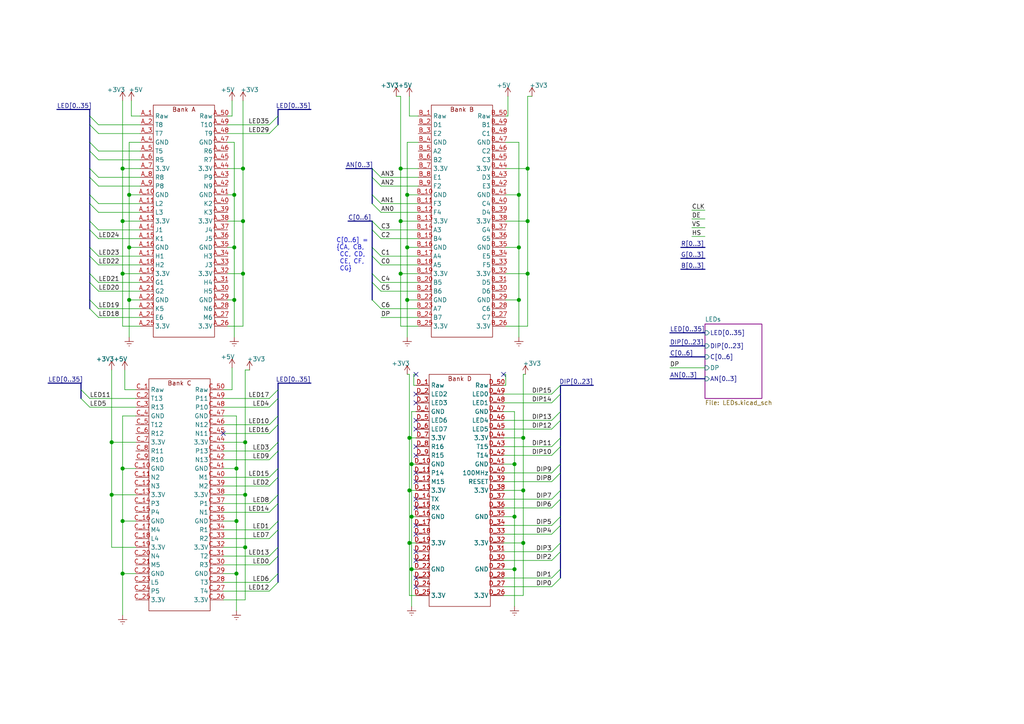
<source format=kicad_sch>
(kicad_sch (version 20201015) (generator eeschema)
  (paper "A4")
  (title_block (title "Alchitry IO Schield with HDMI") (date "2020-09-04") (rev "4.2") (company "ADSEHGAL"))
  (lib_symbols
    (symbol "Alchitry_Symbols:Alchitry_Single"
      (symbol "Alchitry_Single_1_1"
        (text "Bank A" (at 8.89 66.04 0) (effects (font (size 1.27 1.27))))
        (rectangle (start 0 67.31) (end 17.78 0))
        (pin passive line (at -3.81 64.135 0) (length 3.81) (name "Raw") (number "A_1"))
        (pin passive line (at -3.81 41.275 0) (length 3.81) (name "GND") (number "A_10"))
        (pin passive line (at -3.81 38.735 0) (length 3.81) (name "L2") (number "A_11"))
        (pin passive line (at -3.81 36.195 0) (length 3.81) (name "L3") (number "A_12"))
        (pin passive line (at -3.81 33.655 0) (length 3.81) (name "3.3V") (number "A_13"))
        (pin passive line (at -3.81 31.115 0) (length 3.81) (name "J1") (number "A_14"))
        (pin passive line (at -3.81 28.575 0) (length 3.81) (name "K1") (number "A_15"))
        (pin passive line (at -3.81 26.035 0) (length 3.81) (name "GND") (number "A_16"))
        (pin passive line (at -3.81 23.495 0) (length 3.81) (name "H1") (number "A_17"))
        (pin passive line (at -3.81 20.955 0) (length 3.81) (name "H2") (number "A_18"))
        (pin passive line (at -3.81 18.415 0) (length 3.81) (name "3.3V") (number "A_19"))
        (pin passive line (at -3.81 61.595 0) (length 3.81) (name "T8") (number "A_2"))
        (pin passive line (at -3.81 15.875 0) (length 3.81) (name "G1") (number "A_20"))
        (pin passive line (at -3.81 13.335 0) (length 3.81) (name "G2") (number "A_21"))
        (pin passive line (at -3.81 10.795 0) (length 3.81) (name "GND") (number "A_22"))
        (pin passive line (at -3.81 8.255 0) (length 3.81) (name "K5") (number "A_23"))
        (pin passive line (at -3.81 5.715 0) (length 3.81) (name "E6") (number "A_24"))
        (pin passive line (at -3.81 3.175 0) (length 3.81) (name "3.3V") (number "A_25"))
        (pin passive line (at 21.59 3.175 180) (length 3.81) (name "3.3V") (number "A_26"))
        (pin passive line (at 21.59 5.715 180) (length 3.81) (name "M6") (number "A_27"))
        (pin passive line (at 21.59 8.255 180) (length 3.81) (name "N6") (number "A_28"))
        (pin passive line (at 21.59 10.795 180) (length 3.81) (name "GND") (number "A_29"))
        (pin passive line (at -3.81 59.055 0) (length 3.81) (name "T7") (number "A_3"))
        (pin passive line (at 21.59 13.335 180) (length 3.81) (name "H5") (number "A_30"))
        (pin passive line (at 21.59 15.875 180) (length 3.81) (name "H4") (number "A_31"))
        (pin passive line (at 21.59 18.415 180) (length 3.81) (name "3.3V") (number "A_32"))
        (pin passive line (at 21.59 20.955 180) (length 3.81) (name "J3") (number "A_33"))
        (pin passive line (at 21.59 23.495 180) (length 3.81) (name "H3") (number "A_34"))
        (pin passive line (at 21.59 26.035 180) (length 3.81) (name "GND") (number "A_35"))
        (pin passive line (at 21.59 28.575 180) (length 3.81) (name "J5") (number "A_36"))
        (pin passive line (at 21.59 31.115 180) (length 3.81) (name "J4") (number "A_37"))
        (pin passive line (at 21.59 33.655 180) (length 3.81) (name "3.3V") (number "A_38"))
        (pin passive line (at 21.59 36.195 180) (length 3.81) (name "K3") (number "A_39"))
        (pin passive line (at -3.81 56.515 0) (length 3.81) (name "GND") (number "A_4"))
        (pin passive line (at 21.59 38.735 180) (length 3.81) (name "K2") (number "A_40"))
        (pin passive line (at 21.59 41.275 180) (length 3.81) (name "GND") (number "A_41"))
        (pin passive line (at 21.59 43.815 180) (length 3.81) (name "N9") (number "A_42"))
        (pin passive line (at 21.59 46.355 180) (length 3.81) (name "P9") (number "A_43"))
        (pin passive line (at 21.59 48.895 180) (length 3.81) (name "3.3V") (number "A_44"))
        (pin passive line (at 21.59 51.435 180) (length 3.81) (name "R7") (number "A_45"))
        (pin passive line (at 21.59 53.975 180) (length 3.81) (name "R6") (number "A_46"))
        (pin passive line (at 21.59 56.515 180) (length 3.81) (name "GND") (number "A_47"))
        (pin passive line (at 21.59 59.055 180) (length 3.81) (name "T9") (number "A_48"))
        (pin passive line (at 21.59 61.595 180) (length 3.81) (name "T10") (number "A_49"))
        (pin passive line (at -3.81 53.975 0) (length 3.81) (name "T5") (number "A_5"))
        (pin passive line (at 21.59 64.135 180) (length 3.81) (name "Raw") (number "A_50"))
        (pin passive line (at -3.81 51.435 0) (length 3.81) (name "R5") (number "A_6"))
        (pin passive line (at -3.81 48.895 0) (length 3.81) (name "3.3V") (number "A_7"))
        (pin passive line (at -3.81 46.355 0) (length 3.81) (name "R8") (number "A_8"))
        (pin passive line (at -3.81 43.815 0) (length 3.81) (name "P8") (number "A_9"))
      )
      (symbol "Alchitry_Single_2_1"
        (text "Bank B" (at 8.89 66.04 0) (effects (font (size 1.27 1.27))))
        (rectangle (start 0 67.31) (end 17.78 0))
        (pin passive line (at -3.81 64.135 0) (length 3.81) (name "Raw") (number "B_1"))
        (pin passive line (at -3.81 41.275 0) (length 3.81) (name "GND") (number "B_10"))
        (pin passive line (at -3.81 38.735 0) (length 3.81) (name "F3") (number "B_11"))
        (pin passive line (at -3.81 36.195 0) (length 3.81) (name "F4") (number "B_12"))
        (pin passive line (at -3.81 33.655 0) (length 3.81) (name "3.3V") (number "B_13"))
        (pin passive line (at -3.81 31.115 0) (length 3.81) (name "A3") (number "B_14"))
        (pin passive line (at -3.81 28.575 0) (length 3.81) (name "B4") (number "B_15"))
        (pin passive line (at -3.81 26.035 0) (length 3.81) (name "GND") (number "B_16"))
        (pin passive line (at -3.81 23.495 0) (length 3.81) (name "A4") (number "B_17"))
        (pin passive line (at -3.81 20.955 0) (length 3.81) (name "A5") (number "B_18"))
        (pin passive line (at -3.81 18.415 0) (length 3.81) (name "3.3V") (number "B_19"))
        (pin passive line (at -3.81 61.595 0) (length 3.81) (name "D1") (number "B_2"))
        (pin passive line (at -3.81 15.875 0) (length 3.81) (name "B5") (number "B_20"))
        (pin passive line (at -3.81 13.335 0) (length 3.81) (name "B6") (number "B_21"))
        (pin passive line (at -3.81 10.795 0) (length 3.81) (name "GND") (number "B_22"))
        (pin passive line (at -3.81 8.255 0) (length 3.81) (name "A7") (number "B_23"))
        (pin passive line (at -3.81 5.715 0) (length 3.81) (name "B7") (number "B_24"))
        (pin passive line (at -3.81 3.175 0) (length 3.81) (name "3.3V") (number "B_25"))
        (pin passive line (at 21.59 3.175 180) (length 3.81) (name "3.3V") (number "B_26"))
        (pin passive line (at 21.59 5.715 180) (length 3.81) (name "C7") (number "B_27"))
        (pin passive line (at 21.59 8.255 180) (length 3.81) (name "C6") (number "B_28"))
        (pin passive line (at 21.59 10.795 180) (length 3.81) (name "GND") (number "B_29"))
        (pin passive line (at -3.81 59.055 0) (length 3.81) (name "E2") (number "B_3"))
        (pin passive line (at 21.59 13.335 180) (length 3.81) (name "D6") (number "B_30"))
        (pin passive line (at 21.59 15.875 180) (length 3.81) (name "D5") (number "B_31"))
        (pin passive line (at 21.59 18.415 180) (length 3.81) (name "3.3V") (number "B_32"))
        (pin passive line (at 21.59 20.955 180) (length 3.81) (name "F5") (number "B_33"))
        (pin passive line (at 21.59 23.495 180) (length 3.81) (name "E5") (number "B_34"))
        (pin passive line (at 21.59 26.035 180) (length 3.81) (name "GND") (number "B_35"))
        (pin passive line (at 21.59 28.575 180) (length 3.81) (name "G5") (number "B_36"))
        (pin passive line (at 21.59 31.115 180) (length 3.81) (name "G4") (number "B_37"))
        (pin passive line (at 21.59 33.655 180) (length 3.81) (name "3.3V") (number "B_38"))
        (pin passive line (at 21.59 36.195 180) (length 3.81) (name "D4") (number "B_39"))
        (pin passive line (at -3.81 56.515 0) (length 3.81) (name "GND") (number "B_4"))
        (pin passive line (at 21.59 38.735 180) (length 3.81) (name "C4") (number "B_40"))
        (pin passive line (at 21.59 41.275 180) (length 3.81) (name "GND") (number "B_41"))
        (pin passive line (at 21.59 43.815 180) (length 3.81) (name "E3") (number "B_42"))
        (pin passive line (at 21.59 46.355 180) (length 3.81) (name "D3") (number "B_43"))
        (pin passive line (at 21.59 48.895 180) (length 3.81) (name "3.3V") (number "B_44"))
        (pin passive line (at 21.59 51.435 180) (length 3.81) (name "C3") (number "B_45"))
        (pin passive line (at 21.59 53.975 180) (length 3.81) (name "C2") (number "B_46"))
        (pin passive line (at 21.59 56.515 180) (length 3.81) (name "GND") (number "B_47"))
        (pin passive line (at 21.59 59.055 180) (length 3.81) (name "C1") (number "B_48"))
        (pin passive line (at 21.59 61.595 180) (length 3.81) (name "B1") (number "B_49"))
        (pin passive line (at -3.81 53.975 0) (length 3.81) (name "A2") (number "B_5"))
        (pin passive line (at 21.59 64.135 180) (length 3.81) (name "Raw") (number "B_50"))
        (pin passive line (at -3.81 51.435 0) (length 3.81) (name "B2") (number "B_6"))
        (pin passive line (at -3.81 48.895 0) (length 3.81) (name "3.3V") (number "B_7"))
        (pin passive line (at -3.81 46.355 0) (length 3.81) (name "E1") (number "B_8"))
        (pin passive line (at -3.81 43.815 0) (length 3.81) (name "F2") (number "B_9"))
      )
      (symbol "Alchitry_Single_3_1"
        (text "Bank C" (at 8.89 66.04 0) (effects (font (size 1.27 1.27))))
        (rectangle (start 0 67.31) (end 17.78 0))
        (pin passive line (at -3.81 64.135 0) (length 3.81) (name "Raw") (number "C_1"))
        (pin passive line (at -3.81 41.275 0) (length 3.81) (name "GND") (number "C_10"))
        (pin passive line (at -3.81 38.735 0) (length 3.81) (name "N2") (number "C_11"))
        (pin passive line (at -3.81 36.195 0) (length 3.81) (name "N3") (number "C_12"))
        (pin passive line (at -3.81 33.655 0) (length 3.81) (name "3.3V") (number "C_13"))
        (pin passive line (at -3.81 31.115 0) (length 3.81) (name "P3") (number "C_14"))
        (pin passive line (at -3.81 28.575 0) (length 3.81) (name "P4") (number "C_15"))
        (pin passive line (at -3.81 26.035 0) (length 3.81) (name "GND") (number "C_16"))
        (pin passive line (at -3.81 23.495 0) (length 3.81) (name "M4") (number "C_17"))
        (pin passive line (at -3.81 20.955 0) (length 3.81) (name "L4") (number "C_18"))
        (pin passive line (at -3.81 18.415 0) (length 3.81) (name "3.3V") (number "C_19"))
        (pin passive line (at -3.81 61.595 0) (length 3.81) (name "T13") (number "C_2"))
        (pin passive line (at -3.81 15.875 0) (length 3.81) (name "N4") (number "C_20"))
        (pin passive line (at -3.81 13.335 0) (length 3.81) (name "M5") (number "C_21"))
        (pin passive line (at -3.81 10.795 0) (length 3.81) (name "GND") (number "C_22"))
        (pin passive line (at -3.81 8.255 0) (length 3.81) (name "L5") (number "C_23"))
        (pin passive line (at -3.81 5.715 0) (length 3.81) (name "P5") (number "C_24"))
        (pin passive line (at -3.81 3.175 0) (length 3.81) (name "3.3V") (number "C_25"))
        (pin passive line (at 21.59 3.175 180) (length 3.81) (name "3.3V") (number "C_26"))
        (pin passive line (at 21.59 5.715 180) (length 3.81) (name "T4") (number "C_27"))
        (pin passive line (at 21.59 8.255 180) (length 3.81) (name "T3") (number "C_28"))
        (pin passive line (at 21.59 10.795 180) (length 3.81) (name "GND") (number "C_29"))
        (pin passive line (at -3.81 59.055 0) (length 3.81) (name "R13") (number "C_3"))
        (pin passive line (at 21.59 13.335 180) (length 3.81) (name "R3") (number "C_30"))
        (pin passive line (at 21.59 15.875 180) (length 3.81) (name "T2") (number "C_31"))
        (pin passive line (at 21.59 18.415 180) (length 3.81) (name "3.3V") (number "C_32"))
        (pin passive line (at 21.59 20.955 180) (length 3.81) (name "R2") (number "C_33"))
        (pin passive line (at 21.59 23.495 180) (length 3.81) (name "R1") (number "C_34"))
        (pin passive line (at 21.59 26.035 180) (length 3.81) (name "GND") (number "C_35"))
        (pin passive line (at 21.59 28.575 180) (length 3.81) (name "N1") (number "C_36"))
        (pin passive line (at 21.59 31.115 180) (length 3.81) (name "P1") (number "C_37"))
        (pin passive line (at 21.59 33.655 180) (length 3.81) (name "3.3V") (number "C_38"))
        (pin passive line (at 21.59 36.195 180) (length 3.81) (name "M2") (number "C_39"))
        (pin passive line (at -3.81 56.515 0) (length 3.81) (name "GND") (number "C_4"))
        (pin passive line (at 21.59 38.735 180) (length 3.81) (name "M1") (number "C_40"))
        (pin passive line (at 21.59 41.275 180) (length 3.81) (name "GND") (number "C_41"))
        (pin passive line (at 21.59 43.815 180) (length 3.81) (name "N13") (number "C_42"))
        (pin passive line (at 21.59 46.355 180) (length 3.81) (name "P13") (number "C_43"))
        (pin passive line (at 21.59 48.895 180) (length 3.81) (name "3.3V") (number "C_44"))
        (pin passive line (at 21.59 51.435 180) (length 3.81) (name "N11") (number "C_45"))
        (pin passive line (at 21.59 53.975 180) (length 3.81) (name "N12") (number "C_46"))
        (pin passive line (at 21.59 56.515 180) (length 3.81) (name "GND") (number "C_47"))
        (pin passive line (at 21.59 59.055 180) (length 3.81) (name "P10") (number "C_48"))
        (pin passive line (at 21.59 61.595 180) (length 3.81) (name "P11") (number "C_49"))
        (pin passive line (at -3.81 53.975 0) (length 3.81) (name "T12") (number "C_5"))
        (pin passive line (at 21.59 64.135 180) (length 3.81) (name "Raw") (number "C_50"))
        (pin passive line (at -3.81 51.435 0) (length 3.81) (name "R12") (number "C_6"))
        (pin passive line (at -3.81 48.895 0) (length 3.81) (name "3.3V") (number "C_7"))
        (pin passive line (at -3.81 46.355 0) (length 3.81) (name "R11") (number "C_8"))
        (pin passive line (at -3.81 43.815 0) (length 3.81) (name "R10") (number "C_9"))
      )
      (symbol "Alchitry_Single_4_1"
        (text "Bank D" (at 8.89 66.04 0) (effects (font (size 1.27 1.27))))
        (rectangle (start 17.78 67.31) (end 0 0))
        (pin passive line (at -3.81 64.135 0) (length 3.81) (name "Raw") (number "D_1"))
        (pin passive line (at -3.81 41.275 0) (length 3.81) (name "GND") (number "D_10"))
        (pin passive line (at -3.81 38.735 0) (length 3.81) (name "P14") (number "D_11"))
        (pin passive line (at -3.81 36.195 0) (length 3.81) (name "M15") (number "D_12"))
        (pin passive line (at -3.81 33.655 0) (length 3.81) (name "3.3V") (number "D_13"))
        (pin passive line (at -3.81 31.115 0) (length 3.81) (name "TX") (number "D_14"))
        (pin passive line (at -3.81 28.575 0) (length 3.81) (name "RX") (number "D_15"))
        (pin passive line (at -3.81 26.035 0) (length 3.81) (name "GND") (number "D_16"))
        (pin passive line (at -3.81 23.495 0) (length 3.81) (name "~") (number "D_17"))
        (pin passive line (at -3.81 20.955 0) (length 3.81) (name "~") (number "D_18"))
        (pin passive line (at -3.81 18.415 0) (length 3.81) (name "3.3V") (number "D_19"))
        (pin passive line (at -3.81 61.595 0) (length 3.81) (name "LED2") (number "D_2"))
        (pin passive line (at -3.81 15.875 0) (length 3.81) (name "~") (number "D_20"))
        (pin passive line (at -3.81 13.335 0) (length 3.81) (name "~") (number "D_21"))
        (pin passive line (at -3.81 10.795 0) (length 3.81) (name "GND") (number "D_22"))
        (pin passive line (at -3.81 8.255 0) (length 3.81) (name "~") (number "D_23"))
        (pin passive line (at -3.81 5.715 0) (length 3.81) (name "~") (number "D_24"))
        (pin passive line (at -3.81 3.175 0) (length 3.81) (name "3.3V") (number "D_25"))
        (pin passive line (at 21.59 3.175 180) (length 3.81) (name "3.3V") (number "D_26"))
        (pin passive line (at 21.59 5.715 180) (length 3.81) (name "~") (number "D_27"))
        (pin passive line (at 21.59 8.255 180) (length 3.81) (name "~") (number "D_28"))
        (pin passive line (at 21.59 10.795 180) (length 3.81) (name "GND") (number "D_29"))
        (pin passive line (at -3.81 59.055 0) (length 3.81) (name "LED3") (number "D_3"))
        (pin passive line (at 21.59 13.335 180) (length 3.81) (name "~") (number "D_30"))
        (pin passive line (at 21.59 15.875 180) (length 3.81) (name "~") (number "D_31"))
        (pin passive line (at 21.59 18.415 180) (length 3.81) (name "3.3V") (number "D_32"))
        (pin passive line (at 21.59 20.955 180) (length 3.81) (name "~") (number "D_33"))
        (pin passive line (at 21.59 23.495 180) (length 3.81) (name "~") (number "D_34"))
        (pin passive line (at 21.59 26.035 180) (length 3.81) (name "GND") (number "D_35"))
        (pin passive line (at 21.59 28.575 180) (length 3.81) (name "~") (number "D_36"))
        (pin passive line (at 21.59 31.115 180) (length 3.81) (name "~") (number "D_37"))
        (pin passive line (at 21.59 33.655 180) (length 3.81) (name "3.3V") (number "D_38"))
        (pin passive line (at 21.59 36.195 180) (length 3.81) (name "RESET") (number "D_39"))
        (pin passive line (at -3.81 56.515 0) (length 3.81) (name "GND") (number "D_4"))
        (pin passive line (at 21.59 38.735 180) (length 3.81) (name "100MHz") (number "D_40"))
        (pin passive line (at 21.59 41.275 180) (length 3.81) (name "GND") (number "D_41"))
        (pin passive line (at 21.59 43.815 180) (length 3.81) (name "T14") (number "D_42"))
        (pin passive line (at 21.59 46.355 180) (length 3.81) (name "T15") (number "D_43"))
        (pin passive line (at 21.59 48.895 180) (length 3.81) (name "3.3V") (number "D_44"))
        (pin passive line (at 21.59 51.435 180) (length 3.81) (name "LED5") (number "D_45"))
        (pin passive line (at 21.59 53.975 180) (length 3.81) (name "LED4") (number "D_46"))
        (pin passive line (at 21.59 56.515 180) (length 3.81) (name "GND") (number "D_47"))
        (pin passive line (at 21.59 59.055 180) (length 3.81) (name "LED1") (number "D_48"))
        (pin passive line (at 21.59 61.595 180) (length 3.81) (name "LED0") (number "D_49"))
        (pin passive line (at -3.81 53.975 0) (length 3.81) (name "LED6") (number "D_5"))
        (pin passive line (at 21.59 64.135 180) (length 3.81) (name "Raw") (number "D_50"))
        (pin passive line (at -3.81 51.435 0) (length 3.81) (name "LED7") (number "D_6"))
        (pin passive line (at -3.81 48.895 0) (length 3.81) (name "3.3V") (number "D_7"))
        (pin passive line (at -3.81 46.355 0) (length 3.81) (name "R16") (number "D_8"))
        (pin passive line (at -3.81 43.815 0) (length 3.81) (name "R15") (number "D_9"))
      )
    )
    (symbol "power:+3V3" (power) (pin_names (offset 0))
      (property "Value" "+3V3" (at 0 3.556 0))
      (symbol "+3V3_0_1"
        (polyline (pts (xy -0.762 1.27) (xy 0 2.54)))
        (polyline (pts (xy 0 0) (xy 0 2.54)))
        (polyline (pts (xy 0 2.54) (xy 0.762 1.27)))
      )
      (symbol "+3V3_1_1"
        (pin power_in line (at 0 0 90) (length 0) hide (name "+3V3") (number "1"))
      )
    )
    (symbol "power:+5V" (power) (pin_names (offset 0))
      (property "Value" "+5V" (at 0 3.556 0))
      (symbol "+5V_0_1"
        (polyline (pts (xy -0.762 1.27) (xy 0 2.54)))
        (polyline (pts (xy 0 0) (xy 0 2.54)))
        (polyline (pts (xy 0 2.54) (xy 0.762 1.27)))
      )
      (symbol "+5V_1_1"
        (pin power_in line (at 0 0 90) (length 0) hide (name "+5V") (number "1"))
      )
    )
    (symbol "power:GNDREF" (power) (pin_names (offset 0))
      (property "Value" "GNDREF" (at 0 -3.81 0))
      (symbol "GNDREF_0_1"
        (polyline (pts (xy -0.635 -1.905) (xy 0.635 -1.905)))
        (polyline (pts (xy -0.127 -2.54) (xy 0.127 -2.54)))
        (polyline (pts (xy 0 -1.27) (xy 0 0)))
        (polyline (pts (xy 1.27 -1.27) (xy -1.27 -1.27)))
      )
      (symbol "GNDREF_1_1"
        (pin power_in line (at 0 0 270) (length 0) hide (name "GNDREF") (number "1"))
      )
    )
  )
  (junction (at 32.385 128.27) (diameter 1.016))
  (junction (at 32.385 143.51) (diameter 1.016))
  (junction (at 35.56 48.895) (diameter 1.016))
  (junction (at 35.56 64.135) (diameter 1.016))
  (junction (at 35.56 79.375) (diameter 1.016))
  (junction (at 35.56 135.89) (diameter 1.016))
  (junction (at 35.56 151.13) (diameter 1.016))
  (junction (at 35.56 166.37) (diameter 1.016))
  (junction (at 37.465 56.515) (diameter 1.016))
  (junction (at 37.465 71.755) (diameter 1.016))
  (junction (at 37.465 86.995) (diameter 1.016))
  (junction (at 67.945 56.515) (diameter 1.016))
  (junction (at 67.945 71.755) (diameter 1.016))
  (junction (at 67.945 86.995) (diameter 1.016))
  (junction (at 68.58 135.89) (diameter 1.016))
  (junction (at 68.58 151.13) (diameter 1.016))
  (junction (at 68.58 166.37) (diameter 1.016))
  (junction (at 70.485 48.895) (diameter 1.016))
  (junction (at 70.485 64.135) (diameter 1.016))
  (junction (at 70.485 79.375) (diameter 1.016))
  (junction (at 71.12 128.27) (diameter 1.016))
  (junction (at 71.12 143.51) (diameter 1.016))
  (junction (at 71.12 158.75) (diameter 1.016))
  (junction (at 116.205 48.895) (diameter 1.016))
  (junction (at 116.205 64.135) (diameter 1.016))
  (junction (at 116.205 79.375) (diameter 1.016))
  (junction (at 118.11 56.515) (diameter 1.016))
  (junction (at 118.11 71.755) (diameter 1.016))
  (junction (at 118.11 86.995) (diameter 1.016))
  (junction (at 118.745 127) (diameter 1.016))
  (junction (at 118.745 142.24) (diameter 1.016))
  (junction (at 118.745 157.48) (diameter 1.016))
  (junction (at 119.38 134.62) (diameter 1.016))
  (junction (at 119.38 149.86) (diameter 1.016))
  (junction (at 119.38 165.1) (diameter 1.016))
  (junction (at 149.225 134.62) (diameter 1.016))
  (junction (at 149.225 149.86) (diameter 1.016))
  (junction (at 149.225 165.1) (diameter 1.016))
  (junction (at 150.495 56.515) (diameter 1.016))
  (junction (at 150.495 71.755) (diameter 1.016))
  (junction (at 150.495 86.995) (diameter 1.016))
  (junction (at 151.765 127) (diameter 1.016))
  (junction (at 151.765 142.24) (diameter 1.016))
  (junction (at 151.765 157.48) (diameter 1.016))
  (junction (at 153.035 48.895) (diameter 1.016))
  (junction (at 153.035 64.135) (diameter 1.016))
  (junction (at 153.035 79.375) (diameter 1.016))
  (no_connect (at 146.05 108.585))
  (no_connect (at 120.65 147.32))
  (no_connect (at 120.65 162.56))
  (no_connect (at 120.65 124.46))
  (no_connect (at 120.65 154.94))
  (no_connect (at 120.65 108.585))
  (no_connect (at 120.65 167.64))
  (no_connect (at 120.65 132.08))
  (no_connect (at 120.65 152.4))
  (no_connect (at 120.65 137.16))
  (no_connect (at 120.65 170.18))
  (no_connect (at 120.65 116.84))
  (no_connect (at 120.65 114.3))
  (no_connect (at 120.65 139.7))
  (no_connect (at 120.65 121.92))
  (no_connect (at 120.65 160.02))
  (no_connect (at 64.77 125.73))
  (no_connect (at 120.65 129.54))
  (no_connect (at 120.65 144.78))
  (bus_entry (at -26.67 165.735) (size 2.54 2.54) (stroke (width 0.1524)))
  (bus_entry (at -26.67 168.275) (size 2.54 2.54) (stroke (width 0.1524)))
  (bus_entry (at -26.67 173.355) (size 2.54 2.54) (stroke (width 0.1524)))
  (bus_entry (at -26.67 175.895) (size 2.54 2.54) (stroke (width 0.1524)))
  (bus_entry (at -12.065 96.52) (size -2.54 2.54) (stroke (width 0.1524)))
  (bus_entry (at -12.065 99.06) (size -2.54 2.54) (stroke (width 0.1524)))
  (bus_entry (at -12.065 104.14) (size -2.54 2.54) (stroke (width 0.1524)))
  (bus_entry (at -12.065 127) (size -2.54 2.54) (stroke (width 0.1524)))
  (bus_entry (at -12.065 129.54) (size -2.54 2.54) (stroke (width 0.1524)))
  (bus_entry (at -12.065 134.62) (size -2.54 2.54) (stroke (width 0.1524)))
  (bus_entry (at -12.065 137.16) (size -2.54 2.54) (stroke (width 0.1524)))
  (bus_entry (at -12.065 142.24) (size -2.54 2.54) (stroke (width 0.1524)))
  (bus_entry (at -12.065 144.78) (size -2.54 2.54) (stroke (width 0.1524)))
  (bus_entry (at -12.065 149.86) (size -2.54 2.54) (stroke (width 0.1524)))
  (bus_entry (at -12.065 152.4) (size -2.54 2.54) (stroke (width 0.1524)))
  (bus_entry (at 23.495 113.03) (size 2.54 2.54) (stroke (width 0.1524)))
  (bus_entry (at 23.495 115.57) (size 2.54 2.54) (stroke (width 0.1524)))
  (bus_entry (at 26.035 33.655) (size 2.54 2.54) (stroke (width 0.1524)))
  (bus_entry (at 26.035 36.195) (size 2.54 2.54) (stroke (width 0.1524)))
  (bus_entry (at 26.035 41.275) (size 2.54 2.54) (stroke (width 0.1524)))
  (bus_entry (at 26.035 43.815) (size 2.54 2.54) (stroke (width 0.1524)))
  (bus_entry (at 26.035 48.895) (size 2.54 2.54) (stroke (width 0.1524)))
  (bus_entry (at 26.035 51.435) (size 2.54 2.54) (stroke (width 0.1524)))
  (bus_entry (at 26.035 56.515) (size 2.54 2.54) (stroke (width 0.1524)))
  (bus_entry (at 26.035 59.055) (size 2.54 2.54) (stroke (width 0.1524)))
  (bus_entry (at 26.035 64.135) (size 2.54 2.54) (stroke (width 0.1524)))
  (bus_entry (at 26.035 66.675) (size 2.54 2.54) (stroke (width 0.1524)))
  (bus_entry (at 26.035 71.755) (size 2.54 2.54) (stroke (width 0.1524)))
  (bus_entry (at 26.035 74.295) (size 2.54 2.54) (stroke (width 0.1524)))
  (bus_entry (at 26.035 79.375) (size 2.54 2.54) (stroke (width 0.1524)))
  (bus_entry (at 26.035 81.915) (size 2.54 2.54) (stroke (width 0.1524)))
  (bus_entry (at 26.035 86.995) (size 2.54 2.54) (stroke (width 0.1524)))
  (bus_entry (at 26.035 89.535) (size 2.54 2.54) (stroke (width 0.1524)))
  (bus_entry (at 80.645 33.655) (size -2.54 2.54) (stroke (width 0.1524)))
  (bus_entry (at 80.645 36.195) (size -2.54 2.54) (stroke (width 0.1524)))
  (bus_entry (at 80.645 113.03) (size -2.54 2.54) (stroke (width 0.1524)))
  (bus_entry (at 80.645 115.57) (size -2.54 2.54) (stroke (width 0.1524)))
  (bus_entry (at 80.645 120.65) (size -2.54 2.54) (stroke (width 0.1524)))
  (bus_entry (at 80.645 123.19) (size -2.54 2.54) (stroke (width 0.1524)))
  (bus_entry (at 80.645 128.27) (size -2.54 2.54) (stroke (width 0.1524)))
  (bus_entry (at 80.645 130.81) (size -2.54 2.54) (stroke (width 0.1524)))
  (bus_entry (at 80.645 135.89) (size -2.54 2.54) (stroke (width 0.1524)))
  (bus_entry (at 80.645 138.43) (size -2.54 2.54) (stroke (width 0.1524)))
  (bus_entry (at 80.645 143.51) (size -2.54 2.54) (stroke (width 0.1524)))
  (bus_entry (at 80.645 146.05) (size -2.54 2.54) (stroke (width 0.1524)))
  (bus_entry (at 80.645 151.13) (size -2.54 2.54) (stroke (width 0.1524)))
  (bus_entry (at 80.645 153.67) (size -2.54 2.54) (stroke (width 0.1524)))
  (bus_entry (at 80.645 158.75) (size -2.54 2.54) (stroke (width 0.1524)))
  (bus_entry (at 80.645 161.29) (size -2.54 2.54) (stroke (width 0.1524)))
  (bus_entry (at 80.645 166.37) (size -2.54 2.54) (stroke (width 0.1524)))
  (bus_entry (at 80.645 168.91) (size -2.54 2.54) (stroke (width 0.1524)))
  (bus_entry (at 107.95 48.895) (size 2.54 2.54) (stroke (width 0.1524)))
  (bus_entry (at 107.95 51.435) (size 2.54 2.54) (stroke (width 0.1524)))
  (bus_entry (at 107.95 56.515) (size 2.54 2.54) (stroke (width 0.1524)))
  (bus_entry (at 107.95 59.055) (size 2.54 2.54) (stroke (width 0.1524)))
  (bus_entry (at 107.95 64.135) (size 2.54 2.54) (stroke (width 0.1524)))
  (bus_entry (at 107.95 66.675) (size 2.54 2.54) (stroke (width 0.1524)))
  (bus_entry (at 107.95 71.755) (size 2.54 2.54) (stroke (width 0.1524)))
  (bus_entry (at 107.95 74.295) (size 2.54 2.54) (stroke (width 0.1524)))
  (bus_entry (at 107.95 79.375) (size 2.54 2.54) (stroke (width 0.1524)))
  (bus_entry (at 107.95 81.915) (size 2.54 2.54) (stroke (width 0.1524)))
  (bus_entry (at 107.95 86.995) (size 2.54 2.54) (stroke (width 0.1524)))
  (bus_entry (at 162.56 111.76) (size -2.54 2.54) (stroke (width 0.1524)))
  (bus_entry (at 162.56 114.3) (size -2.54 2.54) (stroke (width 0.1524)))
  (bus_entry (at 162.56 119.38) (size -2.54 2.54) (stroke (width 0.1524)))
  (bus_entry (at 162.56 121.92) (size -2.54 2.54) (stroke (width 0.1524)))
  (bus_entry (at 162.56 127) (size -2.54 2.54) (stroke (width 0.1524)))
  (bus_entry (at 162.56 129.54) (size -2.54 2.54) (stroke (width 0.1524)))
  (bus_entry (at 162.56 134.62) (size -2.54 2.54) (stroke (width 0.1524)))
  (bus_entry (at 162.56 137.16) (size -2.54 2.54) (stroke (width 0.1524)))
  (bus_entry (at 162.56 142.24) (size -2.54 2.54) (stroke (width 0.1524)))
  (bus_entry (at 162.56 144.78) (size -2.54 2.54) (stroke (width 0.1524)))
  (bus_entry (at 162.56 149.86) (size -2.54 2.54) (stroke (width 0.1524)))
  (bus_entry (at 162.56 152.4) (size -2.54 2.54) (stroke (width 0.1524)))
  (bus_entry (at 162.56 157.48) (size -2.54 2.54) (stroke (width 0.1524)))
  (bus_entry (at 162.56 160.02) (size -2.54 2.54) (stroke (width 0.1524)))
  (bus_entry (at 162.56 165.1) (size -2.54 2.54) (stroke (width 0.1524)))
  (bus_entry (at 162.56 167.64) (size -2.54 2.54) (stroke (width 0.1524)))
  (wire (pts (xy -28.575 99.06) (xy -14.605 99.06)))
  (wire (pts (xy -28.575 101.6) (xy -14.605 101.6)))
  (wire (pts (xy -28.575 106.68) (xy -14.605 106.68)))
  (wire (pts (xy -28.575 114.3) (xy -14.605 114.3)))
  (wire (pts (xy -28.575 116.84) (xy -14.605 116.84)))
  (wire (pts (xy -28.575 121.92) (xy -14.605 121.92)))
  (wire (pts (xy -28.575 124.46) (xy -14.605 124.46)))
  (wire (pts (xy -28.575 129.54) (xy -14.605 129.54)))
  (wire (pts (xy -28.575 132.08) (xy -14.605 132.08)))
  (wire (pts (xy -28.575 137.16) (xy -14.605 137.16)))
  (wire (pts (xy -28.575 139.7) (xy -14.605 139.7)))
  (wire (pts (xy -28.575 144.78) (xy -14.605 144.78)))
  (wire (pts (xy -28.575 147.32) (xy -14.605 147.32)))
  (wire (pts (xy -28.575 152.4) (xy -14.605 152.4)))
  (wire (pts (xy -28.575 154.94) (xy -14.605 154.94)))
  (wire (pts (xy -10.795 168.275) (xy -24.13 168.275)))
  (wire (pts (xy -10.795 170.815) (xy -24.13 170.815)))
  (wire (pts (xy -10.795 175.895) (xy -24.13 175.895)))
  (wire (pts (xy -10.795 178.435) (xy -24.13 178.435)))
  (wire (pts (xy 26.035 115.57) (xy 39.37 115.57)))
  (wire (pts (xy 26.035 118.11) (xy 39.37 118.11)))
  (wire (pts (xy 28.575 36.195) (xy 40.64 36.195)))
  (wire (pts (xy 28.575 38.735) (xy 40.64 38.735)))
  (wire (pts (xy 28.575 43.815) (xy 40.64 43.815)))
  (wire (pts (xy 28.575 46.355) (xy 40.64 46.355)))
  (wire (pts (xy 28.575 51.435) (xy 40.64 51.435)))
  (wire (pts (xy 28.575 53.975) (xy 40.64 53.975)))
  (wire (pts (xy 28.575 59.055) (xy 40.64 59.055)))
  (wire (pts (xy 28.575 61.595) (xy 40.64 61.595)))
  (wire (pts (xy 28.575 66.675) (xy 40.64 66.675)))
  (wire (pts (xy 28.575 69.215) (xy 40.64 69.215)))
  (wire (pts (xy 28.575 74.295) (xy 40.64 74.295)))
  (wire (pts (xy 28.575 76.835) (xy 40.64 76.835)))
  (wire (pts (xy 28.575 81.915) (xy 40.64 81.915)))
  (wire (pts (xy 28.575 84.455) (xy 40.64 84.455)))
  (wire (pts (xy 28.575 89.535) (xy 40.64 89.535)))
  (wire (pts (xy 28.575 92.075) (xy 40.64 92.075)))
  (wire (pts (xy 32.385 107.315) (xy 32.385 128.27)))
  (wire (pts (xy 32.385 128.27) (xy 39.37 128.27)))
  (wire (pts (xy 32.385 143.51) (xy 32.385 128.27)))
  (wire (pts (xy 32.385 143.51) (xy 39.37 143.51)))
  (wire (pts (xy 32.385 158.75) (xy 32.385 143.51)))
  (wire (pts (xy 35.56 29.21) (xy 35.56 48.895)))
  (wire (pts (xy 35.56 48.895) (xy 35.56 64.135)))
  (wire (pts (xy 35.56 48.895) (xy 40.64 48.895)))
  (wire (pts (xy 35.56 64.135) (xy 35.56 79.375)))
  (wire (pts (xy 35.56 64.135) (xy 40.64 64.135)))
  (wire (pts (xy 35.56 79.375) (xy 35.56 94.615)))
  (wire (pts (xy 35.56 79.375) (xy 40.64 79.375)))
  (wire (pts (xy 35.56 94.615) (xy 40.64 94.615)))
  (wire (pts (xy 35.56 120.65) (xy 35.56 135.89)))
  (wire (pts (xy 35.56 135.89) (xy 35.56 151.13)))
  (wire (pts (xy 35.56 151.13) (xy 35.56 166.37)))
  (wire (pts (xy 35.56 166.37) (xy 35.56 178.435)))
  (wire (pts (xy 36.195 113.03) (xy 36.195 107.315)))
  (wire (pts (xy 37.465 41.275) (xy 37.465 56.515)))
  (wire (pts (xy 37.465 41.275) (xy 40.64 41.275)))
  (wire (pts (xy 37.465 56.515) (xy 37.465 71.755)))
  (wire (pts (xy 37.465 56.515) (xy 40.64 56.515)))
  (wire (pts (xy 37.465 71.755) (xy 37.465 86.995)))
  (wire (pts (xy 37.465 71.755) (xy 40.64 71.755)))
  (wire (pts (xy 37.465 86.995) (xy 37.465 97.79)))
  (wire (pts (xy 37.465 86.995) (xy 40.64 86.995)))
  (wire (pts (xy 38.1 29.21) (xy 38.1 33.655)))
  (wire (pts (xy 38.1 33.655) (xy 40.64 33.655)))
  (wire (pts (xy 39.37 113.03) (xy 36.195 113.03)))
  (wire (pts (xy 39.37 120.65) (xy 35.56 120.65)))
  (wire (pts (xy 39.37 135.89) (xy 35.56 135.89)))
  (wire (pts (xy 39.37 151.13) (xy 35.56 151.13)))
  (wire (pts (xy 39.37 158.75) (xy 32.385 158.75)))
  (wire (pts (xy 39.37 166.37) (xy 35.56 166.37)))
  (wire (pts (xy 64.77 113.03) (xy 67.31 113.03)))
  (wire (pts (xy 64.77 120.65) (xy 68.58 120.65)))
  (wire (pts (xy 64.77 128.27) (xy 71.12 128.27)))
  (wire (pts (xy 64.77 133.35) (xy 78.105 133.35)))
  (wire (pts (xy 64.77 135.89) (xy 68.58 135.89)))
  (wire (pts (xy 64.77 143.51) (xy 71.12 143.51)))
  (wire (pts (xy 64.77 151.13) (xy 68.58 151.13)))
  (wire (pts (xy 64.77 158.75) (xy 71.12 158.75)))
  (wire (pts (xy 64.77 166.37) (xy 68.58 166.37)))
  (wire (pts (xy 66.04 33.655) (xy 67.31 33.655)))
  (wire (pts (xy 66.04 41.275) (xy 67.945 41.275)))
  (wire (pts (xy 66.04 48.895) (xy 70.485 48.895)))
  (wire (pts (xy 66.04 56.515) (xy 67.945 56.515)))
  (wire (pts (xy 66.04 64.135) (xy 70.485 64.135)))
  (wire (pts (xy 66.04 71.755) (xy 67.945 71.755)))
  (wire (pts (xy 66.04 79.375) (xy 70.485 79.375)))
  (wire (pts (xy 66.04 86.995) (xy 67.945 86.995)))
  (wire (pts (xy 66.04 94.615) (xy 70.485 94.615)))
  (wire (pts (xy 67.31 29.21) (xy 67.31 33.655)))
  (wire (pts (xy 67.31 106.68) (xy 67.31 113.03)))
  (wire (pts (xy 67.945 41.275) (xy 67.945 56.515)))
  (wire (pts (xy 67.945 56.515) (xy 67.945 71.755)))
  (wire (pts (xy 67.945 71.755) (xy 67.945 86.995)))
  (wire (pts (xy 67.945 86.995) (xy 67.945 97.79)))
  (wire (pts (xy 68.58 120.65) (xy 68.58 135.89)))
  (wire (pts (xy 68.58 135.89) (xy 68.58 151.13)))
  (wire (pts (xy 68.58 151.13) (xy 68.58 166.37)))
  (wire (pts (xy 68.58 166.37) (xy 68.58 177.165)))
  (wire (pts (xy 70.485 29.21) (xy 70.485 48.895)))
  (wire (pts (xy 70.485 64.135) (xy 70.485 48.895)))
  (wire (pts (xy 70.485 79.375) (xy 70.485 64.135)))
  (wire (pts (xy 70.485 94.615) (xy 70.485 79.375)))
  (wire (pts (xy 71.12 107.315) (xy 71.12 128.27)))
  (wire (pts (xy 71.12 107.315) (xy 72.39 107.315)))
  (wire (pts (xy 71.12 143.51) (xy 71.12 128.27)))
  (wire (pts (xy 71.12 143.51) (xy 71.12 158.75)))
  (wire (pts (xy 71.12 158.75) (xy 71.12 173.99)))
  (wire (pts (xy 71.12 173.99) (xy 64.77 173.99)))
  (wire (pts (xy 78.105 36.195) (xy 66.04 36.195)))
  (wire (pts (xy 78.105 38.735) (xy 66.04 38.735)))
  (wire (pts (xy 78.105 115.57) (xy 64.77 115.57)))
  (wire (pts (xy 78.105 118.11) (xy 64.77 118.11)))
  (wire (pts (xy 78.105 123.19) (xy 64.77 123.19)))
  (wire (pts (xy 78.105 125.73) (xy 64.77 125.73)))
  (wire (pts (xy 78.105 130.81) (xy 64.77 130.81)))
  (wire (pts (xy 78.105 138.43) (xy 64.77 138.43)))
  (wire (pts (xy 78.105 140.97) (xy 64.77 140.97)))
  (wire (pts (xy 78.105 146.05) (xy 64.77 146.05)))
  (wire (pts (xy 78.105 148.59) (xy 64.77 148.59)))
  (wire (pts (xy 78.105 153.67) (xy 64.77 153.67)))
  (wire (pts (xy 78.105 156.21) (xy 64.77 156.21)))
  (wire (pts (xy 78.105 161.29) (xy 64.77 161.29)))
  (wire (pts (xy 78.105 163.83) (xy 64.77 163.83)))
  (wire (pts (xy 78.105 168.91) (xy 64.77 168.91)))
  (wire (pts (xy 78.105 171.45) (xy 64.77 171.45)))
  (wire (pts (xy 110.49 51.435) (xy 121.285 51.435)))
  (wire (pts (xy 110.49 53.975) (xy 121.285 53.975)))
  (wire (pts (xy 110.49 66.675) (xy 121.285 66.675)))
  (wire (pts (xy 110.49 74.295) (xy 121.285 74.295)))
  (wire (pts (xy 116.205 27.94) (xy 114.935 27.94)))
  (wire (pts (xy 116.205 27.94) (xy 116.205 48.895)))
  (wire (pts (xy 116.205 48.895) (xy 121.285 48.895)))
  (wire (pts (xy 116.205 64.135) (xy 116.205 48.895)))
  (wire (pts (xy 116.205 64.135) (xy 121.285 64.135)))
  (wire (pts (xy 116.205 79.375) (xy 116.205 64.135)))
  (wire (pts (xy 116.205 79.375) (xy 121.285 79.375)))
  (wire (pts (xy 116.205 94.615) (xy 116.205 79.375)))
  (wire (pts (xy 116.205 94.615) (xy 121.285 94.615)))
  (wire (pts (xy 118.11 41.275) (xy 118.11 56.515)))
  (wire (pts (xy 118.11 41.275) (xy 121.285 41.275)))
  (wire (pts (xy 118.11 56.515) (xy 118.11 71.755)))
  (wire (pts (xy 118.11 56.515) (xy 121.285 56.515)))
  (wire (pts (xy 118.11 71.755) (xy 118.11 86.995)))
  (wire (pts (xy 118.11 71.755) (xy 121.285 71.755)))
  (wire (pts (xy 118.11 86.995) (xy 118.11 97.79)))
  (wire (pts (xy 118.11 86.995) (xy 121.285 86.995)))
  (wire (pts (xy 118.745 27.94) (xy 118.745 33.655)))
  (wire (pts (xy 118.745 33.655) (xy 121.285 33.655)))
  (wire (pts (xy 118.745 108.585) (xy 118.11 108.585)))
  (wire (pts (xy 118.745 127) (xy 118.745 108.585)))
  (wire (pts (xy 118.745 142.24) (xy 118.745 127)))
  (wire (pts (xy 118.745 157.48) (xy 118.745 142.24)))
  (wire (pts (xy 118.745 172.72) (xy 118.745 157.48)))
  (wire (pts (xy 119.38 119.38) (xy 119.38 134.62)))
  (wire (pts (xy 119.38 134.62) (xy 119.38 149.86)))
  (wire (pts (xy 119.38 149.86) (xy 119.38 165.1)))
  (wire (pts (xy 119.38 165.1) (xy 119.38 175.895)))
  (wire (pts (xy 120.015 108.585) (xy 120.65 108.585)))
  (wire (pts (xy 120.015 111.76) (xy 120.015 108.585)))
  (wire (pts (xy 120.65 111.76) (xy 120.015 111.76)))
  (wire (pts (xy 120.65 119.38) (xy 119.38 119.38)))
  (wire (pts (xy 120.65 127) (xy 118.745 127)))
  (wire (pts (xy 120.65 134.62) (xy 119.38 134.62)))
  (wire (pts (xy 120.65 142.24) (xy 118.745 142.24)))
  (wire (pts (xy 120.65 149.86) (xy 119.38 149.86)))
  (wire (pts (xy 120.65 157.48) (xy 118.745 157.48)))
  (wire (pts (xy 120.65 165.1) (xy 119.38 165.1)))
  (wire (pts (xy 120.65 172.72) (xy 118.745 172.72)))
  (wire (pts (xy 121.285 59.055) (xy 110.49 59.055)))
  (wire (pts (xy 121.285 61.595) (xy 110.49 61.595)))
  (wire (pts (xy 121.285 69.215) (xy 110.49 69.215)))
  (wire (pts (xy 121.285 76.835) (xy 110.49 76.835)))
  (wire (pts (xy 121.285 81.915) (xy 110.49 81.915)))
  (wire (pts (xy 121.285 84.455) (xy 110.49 84.455)))
  (wire (pts (xy 121.285 89.535) (xy 110.49 89.535)))
  (wire (pts (xy 121.285 92.075) (xy 110.49 92.075)))
  (wire (pts (xy 146.05 111.76) (xy 146.685 111.76)))
  (wire (pts (xy 146.05 114.3) (xy 160.02 114.3)))
  (wire (pts (xy 146.05 116.84) (xy 160.02 116.84)))
  (wire (pts (xy 146.05 119.38) (xy 149.225 119.38)))
  (wire (pts (xy 146.05 121.92) (xy 160.02 121.92)))
  (wire (pts (xy 146.05 124.46) (xy 160.02 124.46)))
  (wire (pts (xy 146.05 127) (xy 151.765 127)))
  (wire (pts (xy 146.05 129.54) (xy 160.02 129.54)))
  (wire (pts (xy 146.05 132.08) (xy 160.02 132.08)))
  (wire (pts (xy 146.05 134.62) (xy 149.225 134.62)))
  (wire (pts (xy 146.05 137.16) (xy 160.02 137.16)))
  (wire (pts (xy 146.05 139.7) (xy 160.02 139.7)))
  (wire (pts (xy 146.05 142.24) (xy 151.765 142.24)))
  (wire (pts (xy 146.05 144.78) (xy 160.02 144.78)))
  (wire (pts (xy 146.05 147.32) (xy 160.02 147.32)))
  (wire (pts (xy 146.05 149.86) (xy 149.225 149.86)))
  (wire (pts (xy 146.05 152.4) (xy 160.02 152.4)))
  (wire (pts (xy 146.05 154.94) (xy 160.02 154.94)))
  (wire (pts (xy 146.05 157.48) (xy 151.765 157.48)))
  (wire (pts (xy 146.05 160.02) (xy 160.02 160.02)))
  (wire (pts (xy 146.05 162.56) (xy 160.02 162.56)))
  (wire (pts (xy 146.05 165.1) (xy 149.225 165.1)))
  (wire (pts (xy 146.05 167.64) (xy 160.02 167.64)))
  (wire (pts (xy 146.05 170.18) (xy 160.02 170.18)))
  (wire (pts (xy 146.05 172.72) (xy 151.765 172.72)))
  (wire (pts (xy 146.685 33.655) (xy 147.32 33.655)))
  (wire (pts (xy 146.685 41.275) (xy 150.495 41.275)))
  (wire (pts (xy 146.685 48.895) (xy 153.035 48.895)))
  (wire (pts (xy 146.685 56.515) (xy 150.495 56.515)))
  (wire (pts (xy 146.685 64.135) (xy 153.035 64.135)))
  (wire (pts (xy 146.685 71.755) (xy 150.495 71.755)))
  (wire (pts (xy 146.685 79.375) (xy 153.035 79.375)))
  (wire (pts (xy 146.685 86.995) (xy 150.495 86.995)))
  (wire (pts (xy 146.685 94.615) (xy 153.035 94.615)))
  (wire (pts (xy 146.685 108.585) (xy 146.05 108.585)))
  (wire (pts (xy 146.685 111.76) (xy 146.685 108.585)))
  (wire (pts (xy 147.32 33.655) (xy 147.32 27.94)))
  (wire (pts (xy 149.225 119.38) (xy 149.225 134.62)))
  (wire (pts (xy 149.225 134.62) (xy 149.225 149.86)))
  (wire (pts (xy 149.225 149.86) (xy 149.225 165.1)))
  (wire (pts (xy 149.225 165.1) (xy 149.225 175.895)))
  (wire (pts (xy 150.495 41.275) (xy 150.495 56.515)))
  (wire (pts (xy 150.495 56.515) (xy 150.495 71.755)))
  (wire (pts (xy 150.495 71.755) (xy 150.495 86.995)))
  (wire (pts (xy 150.495 86.995) (xy 150.495 97.79)))
  (wire (pts (xy 151.765 108.585) (xy 152.4 108.585)))
  (wire (pts (xy 151.765 127) (xy 151.765 108.585)))
  (wire (pts (xy 151.765 127) (xy 151.765 142.24)))
  (wire (pts (xy 151.765 142.24) (xy 151.765 157.48)))
  (wire (pts (xy 151.765 157.48) (xy 151.765 172.72)))
  (wire (pts (xy 153.035 27.94) (xy 153.035 48.895)))
  (wire (pts (xy 153.035 27.94) (xy 154.305 27.94)))
  (wire (pts (xy 153.035 64.135) (xy 153.035 48.895)))
  (wire (pts (xy 153.035 79.375) (xy 153.035 64.135)))
  (wire (pts (xy 153.035 94.615) (xy 153.035 79.375)))
  (wire (pts (xy 194.31 106.68) (xy 204.47 106.68)))
  (wire (pts (xy 200.66 60.96) (xy 204.47 60.96)))
  (wire (pts (xy 200.66 63.5) (xy 204.47 63.5)))
  (wire (pts (xy 200.66 66.04) (xy 204.47 66.04)))
  (wire (pts (xy 200.66 68.58) (xy 204.47 68.58)))
  (bus (pts (xy -26.67 165.735) (xy -33.02 165.735)))
  (bus (pts (xy -26.67 165.735) (xy -26.67 168.275)))
  (bus (pts (xy -26.67 168.275) (xy -26.67 173.355)))
  (bus (pts (xy -26.67 173.355) (xy -26.67 175.895)))
  (bus (pts (xy -12.065 96.52) (xy -12.065 99.06)))
  (bus (pts (xy -12.065 96.52) (xy -3.175 96.52)))
  (bus (pts (xy -12.065 99.06) (xy -12.065 104.14)))
  (bus (pts (xy -12.065 127) (xy -12.065 129.54)))
  (bus (pts (xy -12.065 127) (xy -5.715 127)))
  (bus (pts (xy -12.065 129.54) (xy -12.065 134.62)))
  (bus (pts (xy -12.065 134.62) (xy -12.065 137.16)))
  (bus (pts (xy -12.065 142.24) (xy -12.065 144.78)))
  (bus (pts (xy -12.065 142.24) (xy -5.715 142.24)))
  (bus (pts (xy -12.065 144.78) (xy -12.065 149.86)))
  (bus (pts (xy -12.065 149.86) (xy -12.065 152.4)))
  (bus (pts (xy 13.97 111.125) (xy 23.495 111.125)))
  (bus (pts (xy 16.51 31.75) (xy 26.035 31.75)))
  (bus (pts (xy 23.495 111.125) (xy 23.495 113.03)))
  (bus (pts (xy 23.495 113.03) (xy 23.495 115.57)))
  (bus (pts (xy 26.035 33.655) (xy 26.035 31.75)))
  (bus (pts (xy 26.035 36.195) (xy 26.035 33.655)))
  (bus (pts (xy 26.035 41.275) (xy 26.035 36.195)))
  (bus (pts (xy 26.035 43.815) (xy 26.035 41.275)))
  (bus (pts (xy 26.035 48.895) (xy 26.035 43.815)))
  (bus (pts (xy 26.035 51.435) (xy 26.035 48.895)))
  (bus (pts (xy 26.035 56.515) (xy 26.035 51.435)))
  (bus (pts (xy 26.035 59.055) (xy 26.035 56.515)))
  (bus (pts (xy 26.035 59.055) (xy 26.035 64.135)))
  (bus (pts (xy 26.035 64.135) (xy 26.035 66.675)))
  (bus (pts (xy 26.035 66.675) (xy 26.035 71.755)))
  (bus (pts (xy 26.035 71.755) (xy 26.035 74.295)))
  (bus (pts (xy 26.035 74.295) (xy 26.035 79.375)))
  (bus (pts (xy 26.035 79.375) (xy 26.035 81.915)))
  (bus (pts (xy 26.035 81.915) (xy 26.035 86.995)))
  (bus (pts (xy 26.035 86.995) (xy 26.035 89.535)))
  (bus (pts (xy 80.645 31.75) (xy 90.17 31.75)))
  (bus (pts (xy 80.645 33.655) (xy 80.645 31.75)))
  (bus (pts (xy 80.645 33.655) (xy 80.645 36.195)))
  (bus (pts (xy 80.645 111.125) (xy 80.645 113.03)))
  (bus (pts (xy 80.645 111.125) (xy 90.17 111.125)))
  (bus (pts (xy 80.645 113.03) (xy 80.645 115.57)))
  (bus (pts (xy 80.645 115.57) (xy 80.645 120.65)))
  (bus (pts (xy 80.645 120.65) (xy 80.645 123.19)))
  (bus (pts (xy 80.645 123.19) (xy 80.645 128.27)))
  (bus (pts (xy 80.645 128.27) (xy 80.645 130.81)))
  (bus (pts (xy 80.645 130.81) (xy 80.645 135.89)))
  (bus (pts (xy 80.645 135.89) (xy 80.645 138.43)))
  (bus (pts (xy 80.645 138.43) (xy 80.645 143.51)))
  (bus (pts (xy 80.645 143.51) (xy 80.645 146.05)))
  (bus (pts (xy 80.645 146.05) (xy 80.645 151.13)))
  (bus (pts (xy 80.645 151.13) (xy 80.645 153.67)))
  (bus (pts (xy 80.645 153.67) (xy 80.645 158.75)))
  (bus (pts (xy 80.645 158.75) (xy 80.645 161.29)))
  (bus (pts (xy 80.645 161.29) (xy 80.645 166.37)))
  (bus (pts (xy 80.645 166.37) (xy 80.645 168.91)))
  (bus (pts (xy 100.965 64.135) (xy 107.95 64.135)))
  (bus (pts (xy 107.95 48.895) (xy 100.33 48.895)))
  (bus (pts (xy 107.95 48.895) (xy 107.95 51.435)))
  (bus (pts (xy 107.95 51.435) (xy 107.95 56.515)))
  (bus (pts (xy 107.95 56.515) (xy 107.95 59.055)))
  (bus (pts (xy 107.95 64.135) (xy 107.95 66.675)))
  (bus (pts (xy 107.95 66.675) (xy 107.95 71.755)))
  (bus (pts (xy 107.95 71.755) (xy 107.95 74.295)))
  (bus (pts (xy 107.95 74.295) (xy 107.95 79.375)))
  (bus (pts (xy 107.95 79.375) (xy 107.95 81.915)))
  (bus (pts (xy 107.95 81.915) (xy 107.95 86.995)))
  (bus (pts (xy 162.56 111.76) (xy 162.56 114.3)))
  (bus (pts (xy 162.56 111.76) (xy 172.085 111.76)))
  (bus (pts (xy 162.56 114.3) (xy 162.56 119.38)))
  (bus (pts (xy 162.56 119.38) (xy 162.56 121.92)))
  (bus (pts (xy 162.56 121.92) (xy 162.56 127)))
  (bus (pts (xy 162.56 127) (xy 162.56 129.54)))
  (bus (pts (xy 162.56 129.54) (xy 162.56 134.62)))
  (bus (pts (xy 162.56 134.62) (xy 162.56 137.16)))
  (bus (pts (xy 162.56 137.16) (xy 162.56 142.24)))
  (bus (pts (xy 162.56 142.24) (xy 162.56 144.78)))
  (bus (pts (xy 162.56 144.78) (xy 162.56 149.86)))
  (bus (pts (xy 162.56 149.86) (xy 162.56 152.4)))
  (bus (pts (xy 162.56 152.4) (xy 162.56 157.48)))
  (bus (pts (xy 162.56 157.48) (xy 162.56 160.02)))
  (bus (pts (xy 162.56 160.02) (xy 162.56 165.1)))
  (bus (pts (xy 162.56 165.1) (xy 162.56 167.64)))
  (bus (pts (xy 194.31 96.52) (xy 204.47 96.52)))
  (bus (pts (xy 194.31 100.33) (xy 204.47 100.33)))
  (bus (pts (xy 197.485 71.755) (xy 204.47 71.755)))
  (bus (pts (xy 197.485 74.93) (xy 204.47 74.93)))
  (bus (pts (xy 197.485 78.105) (xy 204.47 78.105)))
  (bus (pts (xy 204.47 103.505) (xy 194.31 103.505)))
  (bus (pts (xy 204.47 109.855) (xy 194.31 109.855)))
  (text "   C[0..6] = \n   {CA, CB,\n    CC, CD,\n    CE, CF,\n    CG}" (at 94.615 78.74 0) (effects (font (size 1.27 1.27)) (justify left bottom)))
  (label "B[0..3]" (at -33.02 165.735 0))
  (label "B0" (at -24.13 168.275 0))
  (label "B1" (at -24.13 170.815 0))
  (label "B2" (at -24.13 175.895 0))
  (label "B3" (at -24.13 178.435 0))
  (label "LED34" (at -20.32 31.75 0))
  (label "LED28" (at -20.32 36.83 0))
  (label "LED33" (at -20.32 44.45 0))
  (label "LED27" (at -20.32 46.99 0))
  (label "LED32" (at -20.32 54.61 0))
  (label "LED26" (at -20.32 59.69 0))
  (label "LED31" (at -20.32 67.31 0))
  (label "LED25" (at -20.32 69.85 0))
  (label "LED30" (at -20.32 77.47 0))
  (label "BTN4" (at -14.605 99.06 180))
  (label "BTN5" (at -14.605 101.6 180))
  (label "BTN6" (at -14.605 106.68 180))
  (label "CLK" (at -14.605 114.3 180))
  (label "DE" (at -14.605 116.84 180))
  (label "VS" (at -14.605 121.92 180))
  (label "HS" (at -14.605 124.46 180))
  (label "R0" (at -14.605 129.54 180))
  (label "R1" (at -14.605 132.08 180))
  (label "R2" (at -14.605 137.16 180))
  (label "R3" (at -14.605 139.7 180))
  (label "G0" (at -14.605 144.78 180))
  (label "G1" (at -14.605 147.32 180))
  (label "G2" (at -14.605 152.4 180))
  (label "G3" (at -14.605 154.94 180))
  (label "R[0..3]" (at -5.715 127 180))
  (label "G[0..3]" (at -5.715 142.24 180))
  (label "BTN[0..6]" (at -3.175 96.52 180))
  (label "LED[0..35]" (at 13.97 111.125 0))
  (label "LED[0..35]" (at 16.51 31.75 0))
  (label "LED11" (at 26.035 115.57 0))
  (label "LED5" (at 26.035 118.11 0))
  (label "LED24" (at 28.575 69.215 0))
  (label "LED23" (at 28.575 74.295 0))
  (label "LED22" (at 28.575 76.835 0))
  (label "LED21" (at 28.575 81.915 0))
  (label "LED20" (at 28.575 84.455 0))
  (label "LED19" (at 28.575 89.535 0))
  (label "LED18" (at 28.575 92.075 0))
  (label "LED35" (at 78.105 36.195 180))
  (label "LED29" (at 78.105 38.735 180))
  (label "LED17" (at 78.105 115.57 180))
  (label "LED4" (at 78.105 118.11 180))
  (label "LED10" (at 78.105 123.19 180))
  (label "LED16" (at 78.105 125.73 180))
  (label "LED3" (at 78.105 130.81 180))
  (label "LED9" (at 78.105 133.35 180))
  (label "LED15" (at 78.105 138.43 180))
  (label "LED2" (at 78.105 140.97 180))
  (label "LED8" (at 78.105 146.05 180))
  (label "LED14" (at 78.105 148.59 180))
  (label "LED1" (at 78.105 153.67 180))
  (label "LED7" (at 78.105 156.21 180))
  (label "LED13" (at 78.105 161.29 180))
  (label "LED0" (at 78.105 163.83 180))
  (label "LED6" (at 78.105 168.91 180))
  (label "LED12" (at 78.105 171.45 180))
  (label "LED[0..35]" (at 90.17 31.75 180))
  (label "LED[0..35]" (at 90.17 111.125 180))
  (label "AN[0..3]" (at 100.33 48.895 0))
  (label "C[0..6]" (at 100.965 64.135 0))
  (label "AN3" (at 110.49 51.435 0))
  (label "AN2" (at 110.49 53.975 0))
  (label "AN1" (at 110.49 59.055 0))
  (label "AN0" (at 110.49 61.595 0))
  (label "C3" (at 110.49 66.675 0))
  (label "C2" (at 110.49 69.215 0))
  (label "C1" (at 110.49 74.295 0))
  (label "C0" (at 110.49 76.835 0))
  (label "C4" (at 110.49 81.915 0))
  (label "C5" (at 110.49 84.455 0))
  (label "C6" (at 110.49 89.535 0))
  (label "DP" (at 110.49 92.075 0))
  (label "DIP15" (at 160.02 114.3 180))
  (label "DIP14" (at 160.02 116.84 180))
  (label "DIP13" (at 160.02 121.92 180))
  (label "DIP12" (at 160.02 124.46 180))
  (label "DIP11" (at 160.02 129.54 180))
  (label "DIP10" (at 160.02 132.08 180))
  (label "DIP9" (at 160.02 137.16 180))
  (label "DIP8" (at 160.02 139.7 180))
  (label "DIP7" (at 160.02 144.78 180))
  (label "DIP6" (at 160.02 147.32 180))
  (label "DIP5" (at 160.02 152.4 180))
  (label "DIP4" (at 160.02 154.94 180))
  (label "DIP3" (at 160.02 160.02 180))
  (label "DIP2" (at 160.02 162.56 180))
  (label "DIP1" (at 160.02 167.64 180))
  (label "DIP0" (at 160.02 170.18 180))
  (label "DIP[0..23]" (at 172.085 111.76 180))
  (label "LED[0..35]" (at 194.31 96.52 0))
  (label "DIP[0..23]" (at 194.31 100.33 0))
  (label "C[0..6]" (at 194.31 103.505 0))
  (label "DP" (at 194.31 106.68 0))
  (label "AN[0..3]" (at 194.31 109.855 0))
  (label "R[0..3]" (at 197.485 71.755 0))
  (label "G[0..3]" (at 197.485 74.93 0))
  (label "B[0..3]" (at 197.485 78.105 0))
  (label "CLK" (at 200.66 60.96 0))
  (label "DE" (at 200.66 63.5 0))
  (label "VS" (at 200.66 66.04 0))
  (label "HS" (at 200.66 68.58 0))
  (symbol (lib_id "power:+3V3") (at 32.385 107.315 0) (unit 1)
    (property "Reference" "#PWR013" (effects hide))
    (property "Value" "+3V3" (at 30.48 104.14 0))
  )
  (symbol (lib_id "power:+3V3") (at 35.56 29.21 0) (unit 1)
    (property "Reference" "#PWR01" (effects hide))
    (property "Value" "+3V3" (at 33.655 26.035 0))
  )
  (symbol (lib_id "power:+5V") (at 36.195 107.315 0) (mirror y) (unit 1)
    (property "Reference" "#PWR053" (effects hide))
    (property "Value" "+5V" (at 34.925 104.14 0))
  )
  (symbol (lib_id "power:+5V") (at 38.1 29.21 0) (unit 1)
    (property "Reference" "#PWR02" (effects hide))
    (property "Value" "+5V" (at 39.37 26.035 0))
  )
  (symbol (lib_id "power:+5V") (at 67.31 29.21 0) (mirror y) (unit 1)
    (property "Reference" "#PWR03" (effects hide))
    (property "Value" "+5V" (at 66.04 26.035 0))
  )
  (symbol (lib_id "power:+5V") (at 67.31 106.68 0) (mirror y) (unit 1)
    (property "Reference" "#PWR052" (effects hide))
    (property "Value" "+5V" (at 66.04 103.505 0))
  )
  (symbol (lib_id "power:+3V3") (at 70.485 29.21 0) (mirror y) (unit 1)
    (property "Reference" "#PWR04" (effects hide))
    (property "Value" "+3V3" (at 72.39 26.035 0))
  )
  (symbol (lib_id "power:+3V3") (at 72.39 107.315 0) (mirror y) (unit 1)
    (property "Reference" "#PWR014" (effects hide))
    (property "Value" "+3V3" (at 74.295 104.14 0))
  )
  (symbol (lib_id "power:+3V3") (at 114.935 27.94 0) (unit 1)
    (property "Reference" "#PWR05" (effects hide))
    (property "Value" "+3V3" (at 113.03 24.765 0))
  )
  (symbol (lib_id "power:+3V3") (at 118.11 108.585 0) (unit 1)
    (property "Reference" "#PWR011" (effects hide))
    (property "Value" "+3V3" (at 116.205 105.41 0))
  )
  (symbol (lib_id "power:+5V") (at 118.745 27.94 0) (mirror y) (unit 1)
    (property "Reference" "#PWR050" (effects hide))
    (property "Value" "+5V" (at 117.475 24.765 0))
  )
  (symbol (lib_id "power:+5V") (at 147.32 27.94 0) (mirror y) (unit 1)
    (property "Reference" "#PWR051" (effects hide))
    (property "Value" "+5V" (at 146.05 24.765 0))
  )
  (symbol (lib_id "power:+3V3") (at 152.4 108.585 0) (mirror y) (unit 1)
    (property "Reference" "#PWR0101" (effects hide))
    (property "Value" "+3V3" (at 154.305 105.41 0))
  )
  (symbol (lib_id "power:+3V3") (at 154.305 27.94 0) (mirror y) (unit 1)
    (property "Reference" "#PWR06" (effects hide))
    (property "Value" "+3V3" (at 156.21 24.765 0))
  )
  (symbol (lib_id "power:GNDREF") (at 35.56 178.435 0) (mirror y) (unit 1)
    (property "Reference" "#PWR017" (effects hide))
    (property "Value" "GNDREF" (effects hide))
  )
  (symbol (lib_id "power:GNDREF") (at 37.465 97.79 0) (unit 1)
    (property "Reference" "#PWR07" (effects hide))
    (property "Value" "GNDREF" (effects hide))
  )
  (symbol (lib_id "power:GNDREF") (at 67.945 97.79 0) (unit 1)
    (property "Reference" "#PWR08" (effects hide))
    (property "Value" "GNDREF" (effects hide))
  )
  (symbol (lib_id "power:GNDREF") (at 68.58 177.165 0) (unit 1)
    (property "Reference" "#PWR018" (effects hide))
    (property "Value" "GNDREF" (effects hide))
  )
  (symbol (lib_id "power:GNDREF") (at 118.11 97.79 0) (unit 1)
    (property "Reference" "#PWR09" (effects hide))
    (property "Value" "GNDREF" (effects hide))
  )
  (symbol (lib_id "power:GNDREF") (at 119.38 175.895 0) (mirror y) (unit 1)
    (property "Reference" "#PWR015" (effects hide))
    (property "Value" "GNDREF" (effects hide))
  )
  (symbol (lib_id "power:GNDREF") (at 149.225 175.895 0) (unit 1)
    (property "Reference" "#PWR016" (effects hide))
    (property "Value" "GNDREF" (effects hide))
  )
  (symbol (lib_id "power:GNDREF") (at 150.495 97.79 0) (unit 1)
    (property "Reference" "#PWR010" (effects hide))
    (property "Value" "GNDREF" (effects hide))
  )
  (symbol (lib_id "Alchitry_Symbols:Alchitry_Single") (at 43.18 177.165 0) (unit 3)
    (property "Reference" "U1" (effects hide))
    (property "Value" "Alchitry_Single" (effects hide))
    (property "Footprint" "Alchitry_Footprints:Alchitry_Bottom" (effects hide))
  )
  (symbol (lib_id "Alchitry_Symbols:Alchitry_Single") (at 44.45 97.79 0) (unit 1)
    (property "Reference" "U1" (effects hide))
    (property "Value" "Alchitry_Single" (effects hide))
    (property "Footprint" "Alchitry_Footprints:Alchitry_Bottom" (effects hide))
  )
  (symbol (lib_id "Alchitry_Symbols:Alchitry_Single") (at 124.46 175.895 0) (unit 4)
    (property "Reference" "U1" (effects hide))
    (property "Value" "Alchitry_Single" (effects hide))
    (property "Footprint" "Alchitry_Footprints:Alchitry_Bottom" (effects hide))
  )
  (symbol (lib_id "Alchitry_Symbols:Alchitry_Single") (at 125.095 97.79 0) (unit 2)
    (property "Reference" "U1" (effects hide))
    (property "Value" "Alchitry_Single" (effects hide))
    (property "Footprint" "Alchitry_Footprints:Alchitry_Bottom" (effects hide))
  )
  (sheet (at 204.47 93.98) (size 16.51 21.59) (stroke (width 0.1524) (color 132 0 132 1)) (fill (color 255 255 255 0.0000))
    (property "Sheet name" "LEDs" (at 204.47 93.3445 0) (effects (justify left bottom)))
    (property "Sheet file" "LEDs.kicad_sch" (at 204.47 116.0785 0) (effects (justify left top)))
    (pin "DIP[0..23]" input (at 204.47 100.33 180))
    (pin "C[0..6]" input (at 204.47 103.505 180))
    (pin "AN[0..3]" input (at 204.47 109.855 180))
    (pin "DP" input (at 204.47 106.68 180))
    (pin "LED[0..35]" input (at 204.47 96.52 180))
  )
)
</source>
